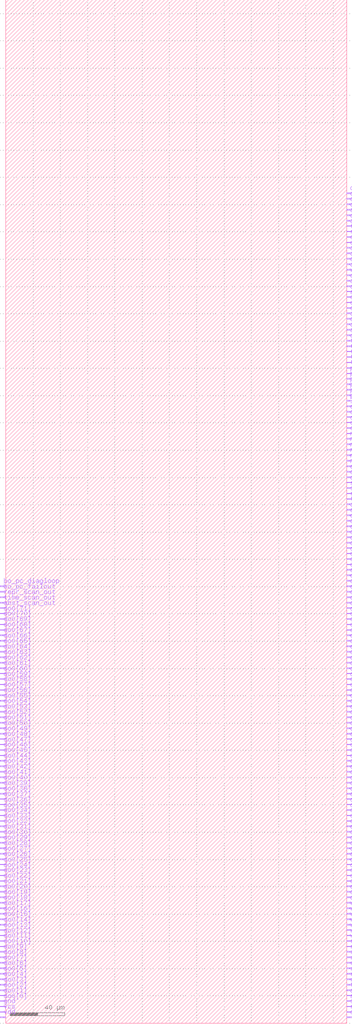
<source format=lef>
VERSION 5.7 ;
  NOWIREEXTENSIONATPIN ON ;
  DIVIDERCHAR "/" ;
  BUSBITCHARS "[]" ;
MACRO tri_64x72_1r1w
  CLASS BLOCK ;
  FOREIGN tri_64x72_1r1w ;
  ORIGIN 0.000 0.000 ;
  SIZE 250.000 BY 750.000 ;
  PIN vdd
    DIRECTION INOUT ;
    USE SIGNAL ;
    PORT
      LAYER met3 ;
        RECT -4.000 4.000 0.000 4.600 ;
    END
  END vdd
  PIN vcs
    DIRECTION INOUT ;
    USE SIGNAL ;
    PORT
      LAYER met3 ;
        RECT -4.000 8.000 0.000 8.600 ;
    END
  END vcs
  PIN gnd
    DIRECTION INOUT ;
    USE SIGNAL ;
    PORT
      LAYER met3 ;
        RECT -4.000 12.000 0.000 12.600 ;
    END
  END gnd
  PIN clk
    DIRECTION INPUT ;
    USE SIGNAL ;
    PORT
      LAYER met3 ;
        RECT 250.000 4.000 254.000 4.600 ;
    END
  END clk
  PIN rst
    DIRECTION INPUT ;
    USE SIGNAL ;
    PORT
      LAYER met3 ;
        RECT 250.000 8.000 254.000 8.600 ;
    END
  END rst
  PIN sg_0
    DIRECTION INPUT ;
    USE SIGNAL ;
    PORT
      LAYER met3 ;
        RECT 250.000 12.000 254.000 12.600 ;
    END
  END sg_0
  PIN abst_sl_thold_0
    DIRECTION INPUT ;
    USE SIGNAL ;
    PORT
      LAYER met3 ;
        RECT 250.000 16.000 254.000 16.600 ;
    END
  END abst_sl_thold_0
  PIN ary_nsl_thold_0
    DIRECTION INPUT ;
    USE SIGNAL ;
    PORT
      LAYER met3 ;
        RECT 250.000 20.000 254.000 20.600 ;
    END
  END ary_nsl_thold_0
  PIN time_sl_thold_0
    DIRECTION INPUT ;
    USE SIGNAL ;
    PORT
      LAYER met3 ;
        RECT 250.000 24.000 254.000 24.600 ;
    END
  END time_sl_thold_0
  PIN repr_sl_thold_0
    DIRECTION INPUT ;
    USE SIGNAL ;
    PORT
      LAYER met3 ;
        RECT 250.000 28.000 254.000 28.600 ;
    END
  END repr_sl_thold_0
  PIN rd0_act
    DIRECTION INPUT ;
    USE SIGNAL ;
    PORT
      LAYER met3 ;
        RECT 250.000 32.000 254.000 32.600 ;
    END
  END rd0_act
  PIN rd0_adr[0]
    DIRECTION INPUT ;
    USE SIGNAL ;
    PORT
      LAYER met3 ;
        RECT 250.000 36.000 254.000 36.600 ;
    END
  END rd0_adr[0]
  PIN rd0_adr[1]
    DIRECTION INPUT ;
    USE SIGNAL ;
    PORT
      LAYER met3 ;
        RECT 250.000 40.000 254.000 40.600 ;
    END
  END rd0_adr[1]
  PIN rd0_adr[2]
    DIRECTION INPUT ;
    USE SIGNAL ;
    PORT
      LAYER met3 ;
        RECT 250.000 44.000 254.000 44.600 ;
    END
  END rd0_adr[2]
  PIN rd0_adr[3]
    DIRECTION INPUT ;
    USE SIGNAL ;
    PORT
      LAYER met3 ;
        RECT 250.000 48.000 254.000 48.600 ;
    END
  END rd0_adr[3]
  PIN rd0_adr[4]
    DIRECTION INPUT ;
    USE SIGNAL ;
    PORT
      LAYER met3 ;
        RECT 250.000 52.000 254.000 52.600 ;
    END
  END rd0_adr[4]
  PIN rd0_adr[5]
    DIRECTION INPUT ;
    USE SIGNAL ;
    PORT
      LAYER met3 ;
        RECT 250.000 56.000 254.000 56.600 ;
    END
  END rd0_adr[5]
  PIN do0[0]
    DIRECTION OUTPUT TRISTATE ;
    USE SIGNAL ;
    PORT
      LAYER met3 ;
        RECT -4.000 16.000 0.000 16.600 ;
    END
  END do0[0]
  PIN do0[1]
    DIRECTION OUTPUT TRISTATE ;
    USE SIGNAL ;
    PORT
      LAYER met3 ;
        RECT -4.000 20.000 0.000 20.600 ;
    END
  END do0[1]
  PIN do0[2]
    DIRECTION OUTPUT TRISTATE ;
    USE SIGNAL ;
    PORT
      LAYER met3 ;
        RECT -4.000 24.000 0.000 24.600 ;
    END
  END do0[2]
  PIN do0[3]
    DIRECTION OUTPUT TRISTATE ;
    USE SIGNAL ;
    PORT
      LAYER met3 ;
        RECT -4.000 28.000 0.000 28.600 ;
    END
  END do0[3]
  PIN do0[4]
    DIRECTION OUTPUT TRISTATE ;
    USE SIGNAL ;
    PORT
      LAYER met3 ;
        RECT -4.000 32.000 0.000 32.600 ;
    END
  END do0[4]
  PIN do0[5]
    DIRECTION OUTPUT TRISTATE ;
    USE SIGNAL ;
    PORT
      LAYER met3 ;
        RECT -4.000 36.000 0.000 36.600 ;
    END
  END do0[5]
  PIN do0[6]
    DIRECTION OUTPUT TRISTATE ;
    USE SIGNAL ;
    PORT
      LAYER met3 ;
        RECT -4.000 40.000 0.000 40.600 ;
    END
  END do0[6]
  PIN do0[7]
    DIRECTION OUTPUT TRISTATE ;
    USE SIGNAL ;
    PORT
      LAYER met3 ;
        RECT -4.000 44.000 0.000 44.600 ;
    END
  END do0[7]
  PIN do0[8]
    DIRECTION OUTPUT TRISTATE ;
    USE SIGNAL ;
    PORT
      LAYER met3 ;
        RECT -4.000 48.000 0.000 48.600 ;
    END
  END do0[8]
  PIN do0[9]
    DIRECTION OUTPUT TRISTATE ;
    USE SIGNAL ;
    PORT
      LAYER met3 ;
        RECT -4.000 52.000 0.000 52.600 ;
    END
  END do0[9]
  PIN do0[10]
    DIRECTION OUTPUT TRISTATE ;
    USE SIGNAL ;
    PORT
      LAYER met3 ;
        RECT -4.000 56.000 0.000 56.600 ;
    END
  END do0[10]
  PIN do0[11]
    DIRECTION OUTPUT TRISTATE ;
    USE SIGNAL ;
    PORT
      LAYER met3 ;
        RECT -4.000 60.000 0.000 60.600 ;
    END
  END do0[11]
  PIN do0[12]
    DIRECTION OUTPUT TRISTATE ;
    USE SIGNAL ;
    PORT
      LAYER met3 ;
        RECT -4.000 64.000 0.000 64.600 ;
    END
  END do0[12]
  PIN do0[13]
    DIRECTION OUTPUT TRISTATE ;
    USE SIGNAL ;
    PORT
      LAYER met3 ;
        RECT -4.000 68.000 0.000 68.600 ;
    END
  END do0[13]
  PIN do0[14]
    DIRECTION OUTPUT TRISTATE ;
    USE SIGNAL ;
    PORT
      LAYER met3 ;
        RECT -4.000 72.000 0.000 72.600 ;
    END
  END do0[14]
  PIN do0[15]
    DIRECTION OUTPUT TRISTATE ;
    USE SIGNAL ;
    PORT
      LAYER met3 ;
        RECT -4.000 76.000 0.000 76.600 ;
    END
  END do0[15]
  PIN do0[16]
    DIRECTION OUTPUT TRISTATE ;
    USE SIGNAL ;
    PORT
      LAYER met3 ;
        RECT -4.000 80.000 0.000 80.600 ;
    END
  END do0[16]
  PIN do0[17]
    DIRECTION OUTPUT TRISTATE ;
    USE SIGNAL ;
    PORT
      LAYER met3 ;
        RECT -4.000 84.000 0.000 84.600 ;
    END
  END do0[17]
  PIN do0[18]
    DIRECTION OUTPUT TRISTATE ;
    USE SIGNAL ;
    PORT
      LAYER met3 ;
        RECT -4.000 88.000 0.000 88.600 ;
    END
  END do0[18]
  PIN do0[19]
    DIRECTION OUTPUT TRISTATE ;
    USE SIGNAL ;
    PORT
      LAYER met3 ;
        RECT -4.000 92.000 0.000 92.600 ;
    END
  END do0[19]
  PIN do0[20]
    DIRECTION OUTPUT TRISTATE ;
    USE SIGNAL ;
    PORT
      LAYER met3 ;
        RECT -4.000 96.000 0.000 96.600 ;
    END
  END do0[20]
  PIN do0[21]
    DIRECTION OUTPUT TRISTATE ;
    USE SIGNAL ;
    PORT
      LAYER met3 ;
        RECT -4.000 100.000 0.000 100.600 ;
    END
  END do0[21]
  PIN do0[22]
    DIRECTION OUTPUT TRISTATE ;
    USE SIGNAL ;
    PORT
      LAYER met3 ;
        RECT -4.000 104.000 0.000 104.600 ;
    END
  END do0[22]
  PIN do0[23]
    DIRECTION OUTPUT TRISTATE ;
    USE SIGNAL ;
    PORT
      LAYER met3 ;
        RECT -4.000 108.000 0.000 108.600 ;
    END
  END do0[23]
  PIN do0[24]
    DIRECTION OUTPUT TRISTATE ;
    USE SIGNAL ;
    PORT
      LAYER met3 ;
        RECT -4.000 112.000 0.000 112.600 ;
    END
  END do0[24]
  PIN do0[25]
    DIRECTION OUTPUT TRISTATE ;
    USE SIGNAL ;
    PORT
      LAYER met3 ;
        RECT -4.000 116.000 0.000 116.600 ;
    END
  END do0[25]
  PIN do0[26]
    DIRECTION OUTPUT TRISTATE ;
    USE SIGNAL ;
    PORT
      LAYER met3 ;
        RECT -4.000 120.000 0.000 120.600 ;
    END
  END do0[26]
  PIN do0[27]
    DIRECTION OUTPUT TRISTATE ;
    USE SIGNAL ;
    PORT
      LAYER met3 ;
        RECT -4.000 124.000 0.000 124.600 ;
    END
  END do0[27]
  PIN do0[28]
    DIRECTION OUTPUT TRISTATE ;
    USE SIGNAL ;
    PORT
      LAYER met3 ;
        RECT -4.000 128.000 0.000 128.600 ;
    END
  END do0[28]
  PIN do0[29]
    DIRECTION OUTPUT TRISTATE ;
    USE SIGNAL ;
    PORT
      LAYER met3 ;
        RECT -4.000 132.000 0.000 132.600 ;
    END
  END do0[29]
  PIN do0[30]
    DIRECTION OUTPUT TRISTATE ;
    USE SIGNAL ;
    PORT
      LAYER met3 ;
        RECT -4.000 136.000 0.000 136.600 ;
    END
  END do0[30]
  PIN do0[31]
    DIRECTION OUTPUT TRISTATE ;
    USE SIGNAL ;
    PORT
      LAYER met3 ;
        RECT -4.000 140.000 0.000 140.600 ;
    END
  END do0[31]
  PIN do0[32]
    DIRECTION OUTPUT TRISTATE ;
    USE SIGNAL ;
    PORT
      LAYER met3 ;
        RECT -4.000 144.000 0.000 144.600 ;
    END
  END do0[32]
  PIN do0[33]
    DIRECTION OUTPUT TRISTATE ;
    USE SIGNAL ;
    PORT
      LAYER met3 ;
        RECT -4.000 148.000 0.000 148.600 ;
    END
  END do0[33]
  PIN do0[34]
    DIRECTION OUTPUT TRISTATE ;
    USE SIGNAL ;
    PORT
      LAYER met3 ;
        RECT -4.000 152.000 0.000 152.600 ;
    END
  END do0[34]
  PIN do0[35]
    DIRECTION OUTPUT TRISTATE ;
    USE SIGNAL ;
    PORT
      LAYER met3 ;
        RECT -4.000 156.000 0.000 156.600 ;
    END
  END do0[35]
  PIN do0[36]
    DIRECTION OUTPUT TRISTATE ;
    USE SIGNAL ;
    PORT
      LAYER met3 ;
        RECT -4.000 160.000 0.000 160.600 ;
    END
  END do0[36]
  PIN do0[37]
    DIRECTION OUTPUT TRISTATE ;
    USE SIGNAL ;
    PORT
      LAYER met3 ;
        RECT -4.000 164.000 0.000 164.600 ;
    END
  END do0[37]
  PIN do0[38]
    DIRECTION OUTPUT TRISTATE ;
    USE SIGNAL ;
    PORT
      LAYER met3 ;
        RECT -4.000 168.000 0.000 168.600 ;
    END
  END do0[38]
  PIN do0[39]
    DIRECTION OUTPUT TRISTATE ;
    USE SIGNAL ;
    PORT
      LAYER met3 ;
        RECT -4.000 172.000 0.000 172.600 ;
    END
  END do0[39]
  PIN do0[40]
    DIRECTION OUTPUT TRISTATE ;
    USE SIGNAL ;
    PORT
      LAYER met3 ;
        RECT -4.000 176.000 0.000 176.600 ;
    END
  END do0[40]
  PIN do0[41]
    DIRECTION OUTPUT TRISTATE ;
    USE SIGNAL ;
    PORT
      LAYER met3 ;
        RECT -4.000 180.000 0.000 180.600 ;
    END
  END do0[41]
  PIN do0[42]
    DIRECTION OUTPUT TRISTATE ;
    USE SIGNAL ;
    PORT
      LAYER met3 ;
        RECT -4.000 184.000 0.000 184.600 ;
    END
  END do0[42]
  PIN do0[43]
    DIRECTION OUTPUT TRISTATE ;
    USE SIGNAL ;
    PORT
      LAYER met3 ;
        RECT -4.000 188.000 0.000 188.600 ;
    END
  END do0[43]
  PIN do0[44]
    DIRECTION OUTPUT TRISTATE ;
    USE SIGNAL ;
    PORT
      LAYER met3 ;
        RECT -4.000 192.000 0.000 192.600 ;
    END
  END do0[44]
  PIN do0[45]
    DIRECTION OUTPUT TRISTATE ;
    USE SIGNAL ;
    PORT
      LAYER met3 ;
        RECT -4.000 196.000 0.000 196.600 ;
    END
  END do0[45]
  PIN do0[46]
    DIRECTION OUTPUT TRISTATE ;
    USE SIGNAL ;
    PORT
      LAYER met3 ;
        RECT -4.000 200.000 0.000 200.600 ;
    END
  END do0[46]
  PIN do0[47]
    DIRECTION OUTPUT TRISTATE ;
    USE SIGNAL ;
    PORT
      LAYER met3 ;
        RECT -4.000 204.000 0.000 204.600 ;
    END
  END do0[47]
  PIN do0[48]
    DIRECTION OUTPUT TRISTATE ;
    USE SIGNAL ;
    PORT
      LAYER met3 ;
        RECT -4.000 208.000 0.000 208.600 ;
    END
  END do0[48]
  PIN do0[49]
    DIRECTION OUTPUT TRISTATE ;
    USE SIGNAL ;
    PORT
      LAYER met3 ;
        RECT -4.000 212.000 0.000 212.600 ;
    END
  END do0[49]
  PIN do0[50]
    DIRECTION OUTPUT TRISTATE ;
    USE SIGNAL ;
    PORT
      LAYER met3 ;
        RECT -4.000 216.000 0.000 216.600 ;
    END
  END do0[50]
  PIN do0[51]
    DIRECTION OUTPUT TRISTATE ;
    USE SIGNAL ;
    PORT
      LAYER met3 ;
        RECT -4.000 220.000 0.000 220.600 ;
    END
  END do0[51]
  PIN do0[52]
    DIRECTION OUTPUT TRISTATE ;
    USE SIGNAL ;
    PORT
      LAYER met3 ;
        RECT -4.000 224.000 0.000 224.600 ;
    END
  END do0[52]
  PIN do0[53]
    DIRECTION OUTPUT TRISTATE ;
    USE SIGNAL ;
    PORT
      LAYER met3 ;
        RECT -4.000 228.000 0.000 228.600 ;
    END
  END do0[53]
  PIN do0[54]
    DIRECTION OUTPUT TRISTATE ;
    USE SIGNAL ;
    PORT
      LAYER met3 ;
        RECT -4.000 232.000 0.000 232.600 ;
    END
  END do0[54]
  PIN do0[55]
    DIRECTION OUTPUT TRISTATE ;
    USE SIGNAL ;
    PORT
      LAYER met3 ;
        RECT -4.000 236.000 0.000 236.600 ;
    END
  END do0[55]
  PIN do0[56]
    DIRECTION OUTPUT TRISTATE ;
    USE SIGNAL ;
    PORT
      LAYER met3 ;
        RECT -4.000 240.000 0.000 240.600 ;
    END
  END do0[56]
  PIN do0[57]
    DIRECTION OUTPUT TRISTATE ;
    USE SIGNAL ;
    PORT
      LAYER met3 ;
        RECT -4.000 244.000 0.000 244.600 ;
    END
  END do0[57]
  PIN do0[58]
    DIRECTION OUTPUT TRISTATE ;
    USE SIGNAL ;
    PORT
      LAYER met3 ;
        RECT -4.000 248.000 0.000 248.600 ;
    END
  END do0[58]
  PIN do0[59]
    DIRECTION OUTPUT TRISTATE ;
    USE SIGNAL ;
    PORT
      LAYER met3 ;
        RECT -4.000 252.000 0.000 252.600 ;
    END
  END do0[59]
  PIN do0[60]
    DIRECTION OUTPUT TRISTATE ;
    USE SIGNAL ;
    PORT
      LAYER met3 ;
        RECT -4.000 256.000 0.000 256.600 ;
    END
  END do0[60]
  PIN do0[61]
    DIRECTION OUTPUT TRISTATE ;
    USE SIGNAL ;
    PORT
      LAYER met3 ;
        RECT -4.000 260.000 0.000 260.600 ;
    END
  END do0[61]
  PIN do0[62]
    DIRECTION OUTPUT TRISTATE ;
    USE SIGNAL ;
    PORT
      LAYER met3 ;
        RECT -4.000 264.000 0.000 264.600 ;
    END
  END do0[62]
  PIN do0[63]
    DIRECTION OUTPUT TRISTATE ;
    USE SIGNAL ;
    PORT
      LAYER met3 ;
        RECT -4.000 268.000 0.000 268.600 ;
    END
  END do0[63]
  PIN do0[64]
    DIRECTION OUTPUT TRISTATE ;
    USE SIGNAL ;
    PORT
      LAYER met3 ;
        RECT -4.000 272.000 0.000 272.600 ;
    END
  END do0[64]
  PIN do0[65]
    DIRECTION OUTPUT TRISTATE ;
    USE SIGNAL ;
    PORT
      LAYER met3 ;
        RECT -4.000 276.000 0.000 276.600 ;
    END
  END do0[65]
  PIN do0[66]
    DIRECTION OUTPUT TRISTATE ;
    USE SIGNAL ;
    PORT
      LAYER met3 ;
        RECT -4.000 280.000 0.000 280.600 ;
    END
  END do0[66]
  PIN do0[67]
    DIRECTION OUTPUT TRISTATE ;
    USE SIGNAL ;
    PORT
      LAYER met3 ;
        RECT -4.000 284.000 0.000 284.600 ;
    END
  END do0[67]
  PIN do0[68]
    DIRECTION OUTPUT TRISTATE ;
    USE SIGNAL ;
    PORT
      LAYER met3 ;
        RECT -4.000 288.000 0.000 288.600 ;
    END
  END do0[68]
  PIN do0[69]
    DIRECTION OUTPUT TRISTATE ;
    USE SIGNAL ;
    PORT
      LAYER met3 ;
        RECT -4.000 292.000 0.000 292.600 ;
    END
  END do0[69]
  PIN do0[70]
    DIRECTION OUTPUT TRISTATE ;
    USE SIGNAL ;
    PORT
      LAYER met3 ;
        RECT -4.000 296.000 0.000 296.600 ;
    END
  END do0[70]
  PIN do0[71]
    DIRECTION OUTPUT TRISTATE ;
    USE SIGNAL ;
    PORT
      LAYER met3 ;
        RECT -4.000 300.000 0.000 300.600 ;
    END
  END do0[71]
  PIN wr_act
    DIRECTION INPUT ;
    USE SIGNAL ;
    PORT
      LAYER met3 ;
        RECT 250.000 60.000 254.000 60.600 ;
    END
  END wr_act
  PIN wr_adr[0]
    DIRECTION INPUT ;
    USE SIGNAL ;
    PORT
      LAYER met3 ;
        RECT 250.000 64.000 254.000 64.600 ;
    END
  END wr_adr[0]
  PIN wr_adr[1]
    DIRECTION INPUT ;
    USE SIGNAL ;
    PORT
      LAYER met3 ;
        RECT 250.000 68.000 254.000 68.600 ;
    END
  END wr_adr[1]
  PIN wr_adr[2]
    DIRECTION INPUT ;
    USE SIGNAL ;
    PORT
      LAYER met3 ;
        RECT 250.000 72.000 254.000 72.600 ;
    END
  END wr_adr[2]
  PIN wr_adr[3]
    DIRECTION INPUT ;
    USE SIGNAL ;
    PORT
      LAYER met3 ;
        RECT 250.000 76.000 254.000 76.600 ;
    END
  END wr_adr[3]
  PIN wr_adr[4]
    DIRECTION INPUT ;
    USE SIGNAL ;
    PORT
      LAYER met3 ;
        RECT 250.000 80.000 254.000 80.600 ;
    END
  END wr_adr[4]
  PIN wr_adr[5]
    DIRECTION INPUT ;
    USE SIGNAL ;
    PORT
      LAYER met3 ;
        RECT 250.000 84.000 254.000 84.600 ;
    END
  END wr_adr[5]
  PIN di[0]
    DIRECTION INPUT ;
    USE SIGNAL ;
    PORT
      LAYER met3 ;
        RECT 250.000 88.000 254.000 88.600 ;
    END
  END di[0]
  PIN di[1]
    DIRECTION INPUT ;
    USE SIGNAL ;
    PORT
      LAYER met3 ;
        RECT 250.000 92.000 254.000 92.600 ;
    END
  END di[1]
  PIN di[2]
    DIRECTION INPUT ;
    USE SIGNAL ;
    PORT
      LAYER met3 ;
        RECT 250.000 96.000 254.000 96.600 ;
    END
  END di[2]
  PIN di[3]
    DIRECTION INPUT ;
    USE SIGNAL ;
    PORT
      LAYER met3 ;
        RECT 250.000 100.000 254.000 100.600 ;
    END
  END di[3]
  PIN di[4]
    DIRECTION INPUT ;
    USE SIGNAL ;
    PORT
      LAYER met3 ;
        RECT 250.000 104.000 254.000 104.600 ;
    END
  END di[4]
  PIN di[5]
    DIRECTION INPUT ;
    USE SIGNAL ;
    PORT
      LAYER met3 ;
        RECT 250.000 108.000 254.000 108.600 ;
    END
  END di[5]
  PIN di[6]
    DIRECTION INPUT ;
    USE SIGNAL ;
    PORT
      LAYER met3 ;
        RECT 250.000 112.000 254.000 112.600 ;
    END
  END di[6]
  PIN di[7]
    DIRECTION INPUT ;
    USE SIGNAL ;
    PORT
      LAYER met3 ;
        RECT 250.000 116.000 254.000 116.600 ;
    END
  END di[7]
  PIN di[8]
    DIRECTION INPUT ;
    USE SIGNAL ;
    PORT
      LAYER met3 ;
        RECT 250.000 120.000 254.000 120.600 ;
    END
  END di[8]
  PIN di[9]
    DIRECTION INPUT ;
    USE SIGNAL ;
    PORT
      LAYER met3 ;
        RECT 250.000 124.000 254.000 124.600 ;
    END
  END di[9]
  PIN di[10]
    DIRECTION INPUT ;
    USE SIGNAL ;
    PORT
      LAYER met3 ;
        RECT 250.000 128.000 254.000 128.600 ;
    END
  END di[10]
  PIN di[11]
    DIRECTION INPUT ;
    USE SIGNAL ;
    PORT
      LAYER met3 ;
        RECT 250.000 132.000 254.000 132.600 ;
    END
  END di[11]
  PIN di[12]
    DIRECTION INPUT ;
    USE SIGNAL ;
    PORT
      LAYER met3 ;
        RECT 250.000 136.000 254.000 136.600 ;
    END
  END di[12]
  PIN di[13]
    DIRECTION INPUT ;
    USE SIGNAL ;
    PORT
      LAYER met3 ;
        RECT 250.000 140.000 254.000 140.600 ;
    END
  END di[13]
  PIN di[14]
    DIRECTION INPUT ;
    USE SIGNAL ;
    PORT
      LAYER met3 ;
        RECT 250.000 144.000 254.000 144.600 ;
    END
  END di[14]
  PIN di[15]
    DIRECTION INPUT ;
    USE SIGNAL ;
    PORT
      LAYER met3 ;
        RECT 250.000 148.000 254.000 148.600 ;
    END
  END di[15]
  PIN di[16]
    DIRECTION INPUT ;
    USE SIGNAL ;
    PORT
      LAYER met3 ;
        RECT 250.000 152.000 254.000 152.600 ;
    END
  END di[16]
  PIN di[17]
    DIRECTION INPUT ;
    USE SIGNAL ;
    PORT
      LAYER met3 ;
        RECT 250.000 156.000 254.000 156.600 ;
    END
  END di[17]
  PIN di[18]
    DIRECTION INPUT ;
    USE SIGNAL ;
    PORT
      LAYER met3 ;
        RECT 250.000 160.000 254.000 160.600 ;
    END
  END di[18]
  PIN di[19]
    DIRECTION INPUT ;
    USE SIGNAL ;
    PORT
      LAYER met3 ;
        RECT 250.000 164.000 254.000 164.600 ;
    END
  END di[19]
  PIN di[20]
    DIRECTION INPUT ;
    USE SIGNAL ;
    PORT
      LAYER met3 ;
        RECT 250.000 168.000 254.000 168.600 ;
    END
  END di[20]
  PIN di[21]
    DIRECTION INPUT ;
    USE SIGNAL ;
    PORT
      LAYER met3 ;
        RECT 250.000 172.000 254.000 172.600 ;
    END
  END di[21]
  PIN di[22]
    DIRECTION INPUT ;
    USE SIGNAL ;
    PORT
      LAYER met3 ;
        RECT 250.000 176.000 254.000 176.600 ;
    END
  END di[22]
  PIN di[23]
    DIRECTION INPUT ;
    USE SIGNAL ;
    PORT
      LAYER met3 ;
        RECT 250.000 180.000 254.000 180.600 ;
    END
  END di[23]
  PIN di[24]
    DIRECTION INPUT ;
    USE SIGNAL ;
    PORT
      LAYER met3 ;
        RECT 250.000 184.000 254.000 184.600 ;
    END
  END di[24]
  PIN di[25]
    DIRECTION INPUT ;
    USE SIGNAL ;
    PORT
      LAYER met3 ;
        RECT 250.000 188.000 254.000 188.600 ;
    END
  END di[25]
  PIN di[26]
    DIRECTION INPUT ;
    USE SIGNAL ;
    PORT
      LAYER met3 ;
        RECT 250.000 192.000 254.000 192.600 ;
    END
  END di[26]
  PIN di[27]
    DIRECTION INPUT ;
    USE SIGNAL ;
    PORT
      LAYER met3 ;
        RECT 250.000 196.000 254.000 196.600 ;
    END
  END di[27]
  PIN di[28]
    DIRECTION INPUT ;
    USE SIGNAL ;
    PORT
      LAYER met3 ;
        RECT 250.000 200.000 254.000 200.600 ;
    END
  END di[28]
  PIN di[29]
    DIRECTION INPUT ;
    USE SIGNAL ;
    PORT
      LAYER met3 ;
        RECT 250.000 204.000 254.000 204.600 ;
    END
  END di[29]
  PIN di[30]
    DIRECTION INPUT ;
    USE SIGNAL ;
    PORT
      LAYER met3 ;
        RECT 250.000 208.000 254.000 208.600 ;
    END
  END di[30]
  PIN di[31]
    DIRECTION INPUT ;
    USE SIGNAL ;
    PORT
      LAYER met3 ;
        RECT 250.000 212.000 254.000 212.600 ;
    END
  END di[31]
  PIN di[32]
    DIRECTION INPUT ;
    USE SIGNAL ;
    PORT
      LAYER met3 ;
        RECT 250.000 216.000 254.000 216.600 ;
    END
  END di[32]
  PIN di[33]
    DIRECTION INPUT ;
    USE SIGNAL ;
    PORT
      LAYER met3 ;
        RECT 250.000 220.000 254.000 220.600 ;
    END
  END di[33]
  PIN di[34]
    DIRECTION INPUT ;
    USE SIGNAL ;
    PORT
      LAYER met3 ;
        RECT 250.000 224.000 254.000 224.600 ;
    END
  END di[34]
  PIN di[35]
    DIRECTION INPUT ;
    USE SIGNAL ;
    PORT
      LAYER met3 ;
        RECT 250.000 228.000 254.000 228.600 ;
    END
  END di[35]
  PIN di[36]
    DIRECTION INPUT ;
    USE SIGNAL ;
    PORT
      LAYER met3 ;
        RECT 250.000 232.000 254.000 232.600 ;
    END
  END di[36]
  PIN di[37]
    DIRECTION INPUT ;
    USE SIGNAL ;
    PORT
      LAYER met3 ;
        RECT 250.000 236.000 254.000 236.600 ;
    END
  END di[37]
  PIN di[38]
    DIRECTION INPUT ;
    USE SIGNAL ;
    PORT
      LAYER met3 ;
        RECT 250.000 240.000 254.000 240.600 ;
    END
  END di[38]
  PIN di[39]
    DIRECTION INPUT ;
    USE SIGNAL ;
    PORT
      LAYER met3 ;
        RECT 250.000 244.000 254.000 244.600 ;
    END
  END di[39]
  PIN di[40]
    DIRECTION INPUT ;
    USE SIGNAL ;
    PORT
      LAYER met3 ;
        RECT 250.000 248.000 254.000 248.600 ;
    END
  END di[40]
  PIN di[41]
    DIRECTION INPUT ;
    USE SIGNAL ;
    PORT
      LAYER met3 ;
        RECT 250.000 252.000 254.000 252.600 ;
    END
  END di[41]
  PIN di[42]
    DIRECTION INPUT ;
    USE SIGNAL ;
    PORT
      LAYER met3 ;
        RECT 250.000 256.000 254.000 256.600 ;
    END
  END di[42]
  PIN di[43]
    DIRECTION INPUT ;
    USE SIGNAL ;
    PORT
      LAYER met3 ;
        RECT 250.000 260.000 254.000 260.600 ;
    END
  END di[43]
  PIN di[44]
    DIRECTION INPUT ;
    USE SIGNAL ;
    PORT
      LAYER met3 ;
        RECT 250.000 264.000 254.000 264.600 ;
    END
  END di[44]
  PIN di[45]
    DIRECTION INPUT ;
    USE SIGNAL ;
    PORT
      LAYER met3 ;
        RECT 250.000 268.000 254.000 268.600 ;
    END
  END di[45]
  PIN di[46]
    DIRECTION INPUT ;
    USE SIGNAL ;
    PORT
      LAYER met3 ;
        RECT 250.000 272.000 254.000 272.600 ;
    END
  END di[46]
  PIN di[47]
    DIRECTION INPUT ;
    USE SIGNAL ;
    PORT
      LAYER met3 ;
        RECT 250.000 276.000 254.000 276.600 ;
    END
  END di[47]
  PIN di[48]
    DIRECTION INPUT ;
    USE SIGNAL ;
    PORT
      LAYER met3 ;
        RECT 250.000 280.000 254.000 280.600 ;
    END
  END di[48]
  PIN di[49]
    DIRECTION INPUT ;
    USE SIGNAL ;
    PORT
      LAYER met3 ;
        RECT 250.000 284.000 254.000 284.600 ;
    END
  END di[49]
  PIN di[50]
    DIRECTION INPUT ;
    USE SIGNAL ;
    PORT
      LAYER met3 ;
        RECT 250.000 288.000 254.000 288.600 ;
    END
  END di[50]
  PIN di[51]
    DIRECTION INPUT ;
    USE SIGNAL ;
    PORT
      LAYER met3 ;
        RECT 250.000 292.000 254.000 292.600 ;
    END
  END di[51]
  PIN di[52]
    DIRECTION INPUT ;
    USE SIGNAL ;
    PORT
      LAYER met3 ;
        RECT 250.000 296.000 254.000 296.600 ;
    END
  END di[52]
  PIN di[53]
    DIRECTION INPUT ;
    USE SIGNAL ;
    PORT
      LAYER met3 ;
        RECT 250.000 300.000 254.000 300.600 ;
    END
  END di[53]
  PIN di[54]
    DIRECTION INPUT ;
    USE SIGNAL ;
    PORT
      LAYER met3 ;
        RECT 250.000 304.000 254.000 304.600 ;
    END
  END di[54]
  PIN di[55]
    DIRECTION INPUT ;
    USE SIGNAL ;
    PORT
      LAYER met3 ;
        RECT 250.000 308.000 254.000 308.600 ;
    END
  END di[55]
  PIN di[56]
    DIRECTION INPUT ;
    USE SIGNAL ;
    PORT
      LAYER met3 ;
        RECT 250.000 312.000 254.000 312.600 ;
    END
  END di[56]
  PIN di[57]
    DIRECTION INPUT ;
    USE SIGNAL ;
    PORT
      LAYER met3 ;
        RECT 250.000 316.000 254.000 316.600 ;
    END
  END di[57]
  PIN di[58]
    DIRECTION INPUT ;
    USE SIGNAL ;
    PORT
      LAYER met3 ;
        RECT 250.000 320.000 254.000 320.600 ;
    END
  END di[58]
  PIN di[59]
    DIRECTION INPUT ;
    USE SIGNAL ;
    PORT
      LAYER met3 ;
        RECT 250.000 324.000 254.000 324.600 ;
    END
  END di[59]
  PIN di[60]
    DIRECTION INPUT ;
    USE SIGNAL ;
    PORT
      LAYER met3 ;
        RECT 250.000 328.000 254.000 328.600 ;
    END
  END di[60]
  PIN di[61]
    DIRECTION INPUT ;
    USE SIGNAL ;
    PORT
      LAYER met3 ;
        RECT 250.000 332.000 254.000 332.600 ;
    END
  END di[61]
  PIN di[62]
    DIRECTION INPUT ;
    USE SIGNAL ;
    PORT
      LAYER met3 ;
        RECT 250.000 336.000 254.000 336.600 ;
    END
  END di[62]
  PIN di[63]
    DIRECTION INPUT ;
    USE SIGNAL ;
    PORT
      LAYER met3 ;
        RECT 250.000 340.000 254.000 340.600 ;
    END
  END di[63]
  PIN di[64]
    DIRECTION INPUT ;
    USE SIGNAL ;
    PORT
      LAYER met3 ;
        RECT 250.000 344.000 254.000 344.600 ;
    END
  END di[64]
  PIN di[65]
    DIRECTION INPUT ;
    USE SIGNAL ;
    PORT
      LAYER met3 ;
        RECT 250.000 348.000 254.000 348.600 ;
    END
  END di[65]
  PIN di[66]
    DIRECTION INPUT ;
    USE SIGNAL ;
    PORT
      LAYER met3 ;
        RECT 250.000 352.000 254.000 352.600 ;
    END
  END di[66]
  PIN di[67]
    DIRECTION INPUT ;
    USE SIGNAL ;
    PORT
      LAYER met3 ;
        RECT 250.000 356.000 254.000 356.600 ;
    END
  END di[67]
  PIN di[68]
    DIRECTION INPUT ;
    USE SIGNAL ;
    PORT
      LAYER met3 ;
        RECT 250.000 360.000 254.000 360.600 ;
    END
  END di[68]
  PIN di[69]
    DIRECTION INPUT ;
    USE SIGNAL ;
    PORT
      LAYER met3 ;
        RECT 250.000 364.000 254.000 364.600 ;
    END
  END di[69]
  PIN di[70]
    DIRECTION INPUT ;
    USE SIGNAL ;
    PORT
      LAYER met3 ;
        RECT 250.000 368.000 254.000 368.600 ;
    END
  END di[70]
  PIN di[71]
    DIRECTION INPUT ;
    USE SIGNAL ;
    PORT
      LAYER met3 ;
        RECT 250.000 372.000 254.000 372.600 ;
    END
  END di[71]
  PIN abst_scan_in
    DIRECTION INPUT ;
    USE SIGNAL ;
    PORT
      LAYER met3 ;
        RECT 250.000 376.000 254.000 376.600 ;
    END
  END abst_scan_in
  PIN abst_scan_out
    DIRECTION OUTPUT TRISTATE ;
    USE SIGNAL ;
    PORT
      LAYER met3 ;
        RECT -4.000 304.000 0.000 304.600 ;
    END
  END abst_scan_out
  PIN time_scan_in
    DIRECTION INPUT ;
    USE SIGNAL ;
    PORT
      LAYER met3 ;
        RECT 250.000 380.000 254.000 380.600 ;
    END
  END time_scan_in
  PIN time_scan_out
    DIRECTION OUTPUT TRISTATE ;
    USE SIGNAL ;
    PORT
      LAYER met3 ;
        RECT -4.000 308.000 0.000 308.600 ;
    END
  END time_scan_out
  PIN repr_scan_in
    DIRECTION INPUT ;
    USE SIGNAL ;
    PORT
      LAYER met3 ;
        RECT 250.000 384.000 254.000 384.600 ;
    END
  END repr_scan_in
  PIN repr_scan_out
    DIRECTION OUTPUT TRISTATE ;
    USE SIGNAL ;
    PORT
      LAYER met3 ;
        RECT -4.000 312.000 0.000 312.600 ;
    END
  END repr_scan_out
  PIN scan_dis_dc_b
    DIRECTION INPUT ;
    USE SIGNAL ;
    PORT
      LAYER met3 ;
        RECT 250.000 388.000 254.000 388.600 ;
    END
  END scan_dis_dc_b
  PIN scan_diag_dc
    DIRECTION INPUT ;
    USE SIGNAL ;
    PORT
      LAYER met3 ;
        RECT 250.000 392.000 254.000 392.600 ;
    END
  END scan_diag_dc
  PIN ccflush_dc
    DIRECTION INPUT ;
    USE SIGNAL ;
    PORT
      LAYER met3 ;
        RECT 250.000 396.000 254.000 396.600 ;
    END
  END ccflush_dc
  PIN clkoff_dc_b
    DIRECTION INPUT ;
    USE SIGNAL ;
    PORT
      LAYER met3 ;
        RECT 250.000 400.000 254.000 400.600 ;
    END
  END clkoff_dc_b
  PIN d_mode_dc
    DIRECTION INPUT ;
    USE SIGNAL ;
    PORT
      LAYER met3 ;
        RECT 250.000 404.000 254.000 404.600 ;
    END
  END d_mode_dc
  PIN mpw1_dc_b[0]
    DIRECTION INPUT ;
    USE SIGNAL ;
    PORT
      LAYER met3 ;
        RECT 250.000 408.000 254.000 408.600 ;
    END
  END mpw1_dc_b[0]
  PIN mpw1_dc_b[1]
    DIRECTION INPUT ;
    USE SIGNAL ;
    PORT
      LAYER met3 ;
        RECT 250.000 412.000 254.000 412.600 ;
    END
  END mpw1_dc_b[1]
  PIN mpw1_dc_b[2]
    DIRECTION INPUT ;
    USE SIGNAL ;
    PORT
      LAYER met3 ;
        RECT 250.000 416.000 254.000 416.600 ;
    END
  END mpw1_dc_b[2]
  PIN mpw1_dc_b[3]
    DIRECTION INPUT ;
    USE SIGNAL ;
    PORT
      LAYER met3 ;
        RECT 250.000 420.000 254.000 420.600 ;
    END
  END mpw1_dc_b[3]
  PIN mpw1_dc_b[4]
    DIRECTION INPUT ;
    USE SIGNAL ;
    PORT
      LAYER met3 ;
        RECT 250.000 424.000 254.000 424.600 ;
    END
  END mpw1_dc_b[4]
  PIN mpw2_dc_b
    DIRECTION INPUT ;
    USE SIGNAL ;
    PORT
      LAYER met3 ;
        RECT 250.000 428.000 254.000 428.600 ;
    END
  END mpw2_dc_b
  PIN delay_lclkr_dc[0]
    DIRECTION INPUT ;
    USE SIGNAL ;
    PORT
      LAYER met3 ;
        RECT 250.000 432.000 254.000 432.600 ;
    END
  END delay_lclkr_dc[0]
  PIN delay_lclkr_dc[1]
    DIRECTION INPUT ;
    USE SIGNAL ;
    PORT
      LAYER met3 ;
        RECT 250.000 436.000 254.000 436.600 ;
    END
  END delay_lclkr_dc[1]
  PIN delay_lclkr_dc[2]
    DIRECTION INPUT ;
    USE SIGNAL ;
    PORT
      LAYER met3 ;
        RECT 250.000 440.000 254.000 440.600 ;
    END
  END delay_lclkr_dc[2]
  PIN delay_lclkr_dc[3]
    DIRECTION INPUT ;
    USE SIGNAL ;
    PORT
      LAYER met3 ;
        RECT 250.000 444.000 254.000 444.600 ;
    END
  END delay_lclkr_dc[3]
  PIN delay_lclkr_dc[4]
    DIRECTION INPUT ;
    USE SIGNAL ;
    PORT
      LAYER met3 ;
        RECT 250.000 448.000 254.000 448.600 ;
    END
  END delay_lclkr_dc[4]
  PIN lcb_bolt_sl_thold_0
    DIRECTION INPUT ;
    USE SIGNAL ;
    PORT
      LAYER met3 ;
        RECT 250.000 452.000 254.000 452.600 ;
    END
  END lcb_bolt_sl_thold_0
  PIN pc_bo_enable_2
    DIRECTION INPUT ;
    USE SIGNAL ;
    PORT
      LAYER met3 ;
        RECT 250.000 456.000 254.000 456.600 ;
    END
  END pc_bo_enable_2
  PIN pc_bo_reset
    DIRECTION INPUT ;
    USE SIGNAL ;
    PORT
      LAYER met3 ;
        RECT 250.000 460.000 254.000 460.600 ;
    END
  END pc_bo_reset
  PIN pc_bo_unload
    DIRECTION INPUT ;
    USE SIGNAL ;
    PORT
      LAYER met3 ;
        RECT 250.000 464.000 254.000 464.600 ;
    END
  END pc_bo_unload
  PIN pc_bo_repair
    DIRECTION INPUT ;
    USE SIGNAL ;
    PORT
      LAYER met3 ;
        RECT 250.000 468.000 254.000 468.600 ;
    END
  END pc_bo_repair
  PIN pc_bo_shdata
    DIRECTION INPUT ;
    USE SIGNAL ;
    PORT
      LAYER met3 ;
        RECT 250.000 472.000 254.000 472.600 ;
    END
  END pc_bo_shdata
  PIN pc_bo_select
    DIRECTION INPUT ;
    USE SIGNAL ;
    PORT
      LAYER met3 ;
        RECT 250.000 476.000 254.000 476.600 ;
    END
  END pc_bo_select
  PIN bo_pc_failout
    DIRECTION OUTPUT TRISTATE ;
    USE SIGNAL ;
    PORT
      LAYER met3 ;
        RECT -4.000 316.000 0.000 316.600 ;
    END
  END bo_pc_failout
  PIN bo_pc_diagloop
    DIRECTION OUTPUT TRISTATE ;
    USE SIGNAL ;
    PORT
      LAYER met3 ;
        RECT -4.000 320.000 0.000 320.600 ;
    END
  END bo_pc_diagloop
  PIN tri_lcb_mpw1_dc_b
    DIRECTION INPUT ;
    USE SIGNAL ;
    PORT
      LAYER met3 ;
        RECT 250.000 480.000 254.000 480.600 ;
    END
  END tri_lcb_mpw1_dc_b
  PIN tri_lcb_mpw2_dc_b
    DIRECTION INPUT ;
    USE SIGNAL ;
    PORT
      LAYER met3 ;
        RECT 250.000 484.000 254.000 484.600 ;
    END
  END tri_lcb_mpw2_dc_b
  PIN tri_lcb_delay_lclkr_dc
    DIRECTION INPUT ;
    USE SIGNAL ;
    PORT
      LAYER met3 ;
        RECT 250.000 488.000 254.000 488.600 ;
    END
  END tri_lcb_delay_lclkr_dc
  PIN tri_lcb_clkoff_dc_b
    DIRECTION INPUT ;
    USE SIGNAL ;
    PORT
      LAYER met3 ;
        RECT 250.000 492.000 254.000 492.600 ;
    END
  END tri_lcb_clkoff_dc_b
  PIN tri_lcb_act_dis_dc
    DIRECTION INPUT ;
    USE SIGNAL ;
    PORT
      LAYER met3 ;
        RECT 250.000 496.000 254.000 496.600 ;
    END
  END tri_lcb_act_dis_dc
  PIN abist_di[0]
    DIRECTION INPUT ;
    USE SIGNAL ;
    PORT
      LAYER met3 ;
        RECT 250.000 500.000 254.000 500.600 ;
    END
  END abist_di[0]
  PIN abist_di[1]
    DIRECTION INPUT ;
    USE SIGNAL ;
    PORT
      LAYER met3 ;
        RECT 250.000 504.000 254.000 504.600 ;
    END
  END abist_di[1]
  PIN abist_di[2]
    DIRECTION INPUT ;
    USE SIGNAL ;
    PORT
      LAYER met3 ;
        RECT 250.000 508.000 254.000 508.600 ;
    END
  END abist_di[2]
  PIN abist_di[3]
    DIRECTION INPUT ;
    USE SIGNAL ;
    PORT
      LAYER met3 ;
        RECT 250.000 512.000 254.000 512.600 ;
    END
  END abist_di[3]
  PIN abist_bw_odd
    DIRECTION INPUT ;
    USE SIGNAL ;
    PORT
      LAYER met3 ;
        RECT 250.000 516.000 254.000 516.600 ;
    END
  END abist_bw_odd
  PIN abist_bw_even
    DIRECTION INPUT ;
    USE SIGNAL ;
    PORT
      LAYER met3 ;
        RECT 250.000 520.000 254.000 520.600 ;
    END
  END abist_bw_even
  PIN abist_wr_adr[0]
    DIRECTION INPUT ;
    USE SIGNAL ;
    PORT
      LAYER met3 ;
        RECT 250.000 524.000 254.000 524.600 ;
    END
  END abist_wr_adr[0]
  PIN abist_wr_adr[1]
    DIRECTION INPUT ;
    USE SIGNAL ;
    PORT
      LAYER met3 ;
        RECT 250.000 528.000 254.000 528.600 ;
    END
  END abist_wr_adr[1]
  PIN abist_wr_adr[2]
    DIRECTION INPUT ;
    USE SIGNAL ;
    PORT
      LAYER met3 ;
        RECT 250.000 532.000 254.000 532.600 ;
    END
  END abist_wr_adr[2]
  PIN abist_wr_adr[3]
    DIRECTION INPUT ;
    USE SIGNAL ;
    PORT
      LAYER met3 ;
        RECT 250.000 536.000 254.000 536.600 ;
    END
  END abist_wr_adr[3]
  PIN abist_wr_adr[4]
    DIRECTION INPUT ;
    USE SIGNAL ;
    PORT
      LAYER met3 ;
        RECT 250.000 540.000 254.000 540.600 ;
    END
  END abist_wr_adr[4]
  PIN abist_wr_adr[5]
    DIRECTION INPUT ;
    USE SIGNAL ;
    PORT
      LAYER met3 ;
        RECT 250.000 544.000 254.000 544.600 ;
    END
  END abist_wr_adr[5]
  PIN wr_abst_act
    DIRECTION INPUT ;
    USE SIGNAL ;
    PORT
      LAYER met3 ;
        RECT 250.000 548.000 254.000 548.600 ;
    END
  END wr_abst_act
  PIN abist_rd0_adr[0]
    DIRECTION INPUT ;
    USE SIGNAL ;
    PORT
      LAYER met3 ;
        RECT 250.000 552.000 254.000 552.600 ;
    END
  END abist_rd0_adr[0]
  PIN abist_rd0_adr[1]
    DIRECTION INPUT ;
    USE SIGNAL ;
    PORT
      LAYER met3 ;
        RECT 250.000 556.000 254.000 556.600 ;
    END
  END abist_rd0_adr[1]
  PIN abist_rd0_adr[2]
    DIRECTION INPUT ;
    USE SIGNAL ;
    PORT
      LAYER met3 ;
        RECT 250.000 560.000 254.000 560.600 ;
    END
  END abist_rd0_adr[2]
  PIN abist_rd0_adr[3]
    DIRECTION INPUT ;
    USE SIGNAL ;
    PORT
      LAYER met3 ;
        RECT 250.000 564.000 254.000 564.600 ;
    END
  END abist_rd0_adr[3]
  PIN abist_rd0_adr[4]
    DIRECTION INPUT ;
    USE SIGNAL ;
    PORT
      LAYER met3 ;
        RECT 250.000 568.000 254.000 568.600 ;
    END
  END abist_rd0_adr[4]
  PIN abist_rd0_adr[5]
    DIRECTION INPUT ;
    USE SIGNAL ;
    PORT
      LAYER met3 ;
        RECT 250.000 572.000 254.000 572.600 ;
    END
  END abist_rd0_adr[5]
  PIN rd0_abst_act
    DIRECTION INPUT ;
    USE SIGNAL ;
    PORT
      LAYER met3 ;
        RECT 250.000 576.000 254.000 576.600 ;
    END
  END rd0_abst_act
  PIN tc_lbist_ary_wrt_thru_dc
    DIRECTION INPUT ;
    USE SIGNAL ;
    PORT
      LAYER met3 ;
        RECT 250.000 580.000 254.000 580.600 ;
    END
  END tc_lbist_ary_wrt_thru_dc
  PIN abist_ena_1
    DIRECTION INPUT ;
    USE SIGNAL ;
    PORT
      LAYER met3 ;
        RECT 250.000 584.000 254.000 584.600 ;
    END
  END abist_ena_1
  PIN abist_g8t_rd0_comp_ena
    DIRECTION INPUT ;
    USE SIGNAL ;
    PORT
      LAYER met3 ;
        RECT 250.000 588.000 254.000 588.600 ;
    END
  END abist_g8t_rd0_comp_ena
  PIN abist_raw_dc_b
    DIRECTION INPUT ;
    USE SIGNAL ;
    PORT
      LAYER met3 ;
        RECT 250.000 592.000 254.000 592.600 ;
    END
  END abist_raw_dc_b
  PIN obs0_abist_cmp[0]
    DIRECTION INPUT ;
    USE SIGNAL ;
    PORT
      LAYER met3 ;
        RECT 250.000 596.000 254.000 596.600 ;
    END
  END obs0_abist_cmp[0]
  PIN obs0_abist_cmp[1]
    DIRECTION INPUT ;
    USE SIGNAL ;
    PORT
      LAYER met3 ;
        RECT 250.000 600.000 254.000 600.600 ;
    END
  END obs0_abist_cmp[1]
  PIN obs0_abist_cmp[2]
    DIRECTION INPUT ;
    USE SIGNAL ;
    PORT
      LAYER met3 ;
        RECT 250.000 604.000 254.000 604.600 ;
    END
  END obs0_abist_cmp[2]
  PIN obs0_abist_cmp[3]
    DIRECTION INPUT ;
    USE SIGNAL ;
    PORT
      LAYER met3 ;
        RECT 250.000 608.000 254.000 608.600 ;
    END
  END obs0_abist_cmp[3]
END tri_64x72_1r1w
END LIBRARY


</source>
